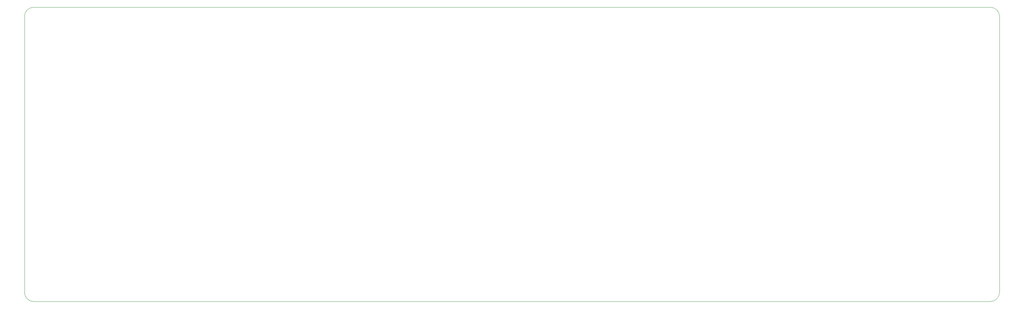
<source format=gm1>
G04 #@! TF.GenerationSoftware,KiCad,Pcbnew,(5.1.4-0-10_14)*
G04 #@! TF.CreationDate,2019-10-22T01:35:18+09:00*
G04 #@! TF.ProjectId,dombrick45,646f6d62-7269-4636-9b34-352e6b696361,rev?*
G04 #@! TF.SameCoordinates,Original*
G04 #@! TF.FileFunction,Profile,NP*
%FSLAX46Y46*%
G04 Gerber Fmt 4.6, Leading zero omitted, Abs format (unit mm)*
G04 Created by KiCad (PCBNEW (5.1.4-0-10_14)) date 2019-10-22 01:35:18*
%MOMM*%
%LPD*%
G04 APERTURE LIST*
%ADD10C,0.050000*%
G04 APERTURE END LIST*
D10*
X26193750Y-31750000D02*
X273843750Y-31750000D01*
X23812500Y-34131250D02*
G75*
G02X26193750Y-31750000I2381250J0D01*
G01*
X23812500Y-105568750D02*
X23812500Y-34131250D01*
X26193750Y-107950000D02*
G75*
G02X23812500Y-105568750I0J2381250D01*
G01*
X273843750Y-107950000D02*
X26193750Y-107950000D01*
X276225000Y-105568750D02*
G75*
G02X273843750Y-107950000I-2381250J0D01*
G01*
X276225000Y-34131250D02*
X276225000Y-105568750D01*
X273843750Y-31750000D02*
G75*
G02X276225000Y-34131250I0J-2381250D01*
G01*
M02*

</source>
